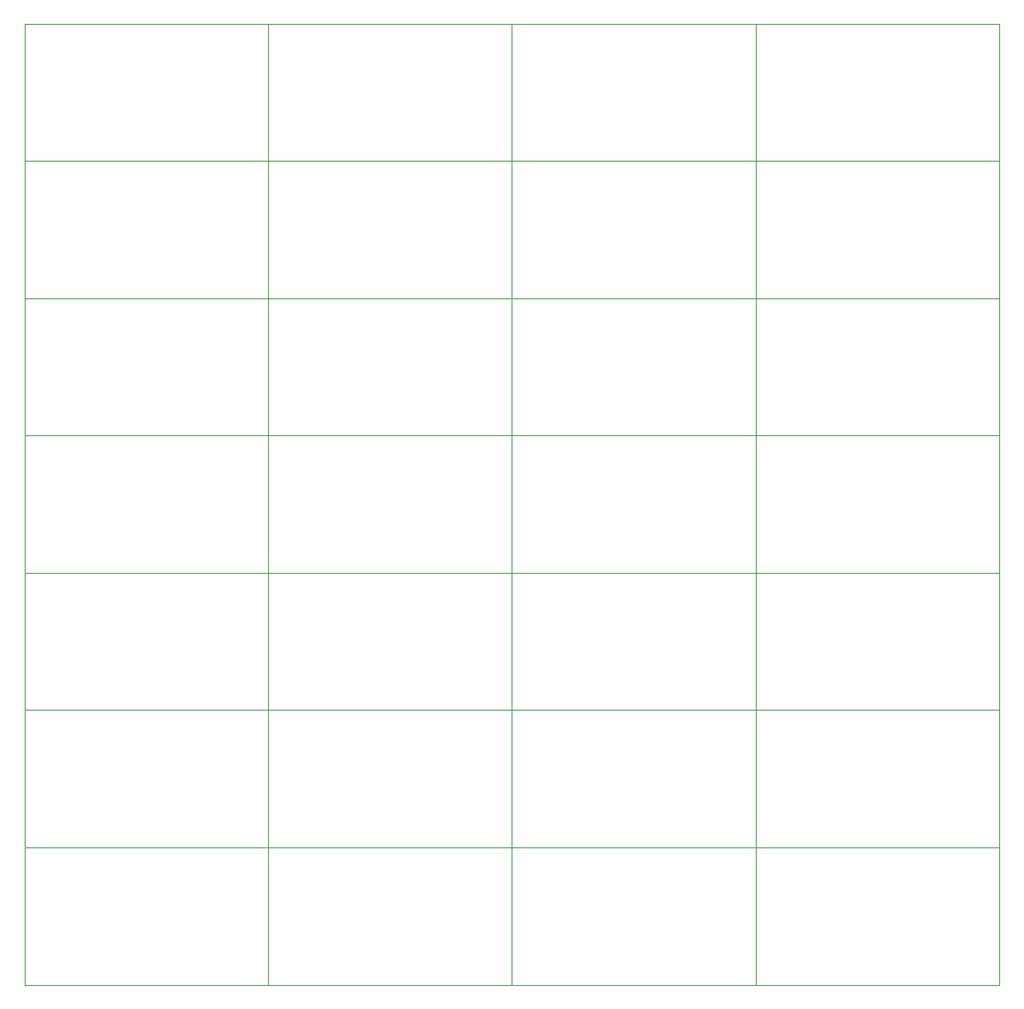
<source format=gbr>
G04 #@! TF.GenerationSoftware,KiCad,Pcbnew,5.1.5+dfsg1-2build2*
G04 #@! TF.CreationDate,2022-07-25T22:52:27-05:00*
G04 #@! TF.ProjectId,,58585858-5858-4585-9858-585858585858,rev?*
G04 #@! TF.SameCoordinates,Original*
G04 #@! TF.FileFunction,Profile,NP*
%FSLAX46Y46*%
G04 Gerber Fmt 4.6, Leading zero omitted, Abs format (unit mm)*
G04 Created by KiCad (PCBNEW 5.1.5+dfsg1-2build2) date 2022-07-25 22:52:27*
%MOMM*%
%LPD*%
G04 APERTURE LIST*
%ADD10C,0.050000*%
G04 APERTURE END LIST*
D10*
X136935560Y-143429600D02*
X161935560Y-143429600D01*
X111935560Y-143429600D02*
X136935560Y-143429600D01*
X86935560Y-143429600D02*
X111935560Y-143429600D01*
X61935560Y-143429600D02*
X86935560Y-143429600D01*
X136935560Y-129329600D02*
X161935560Y-129329600D01*
X111935560Y-129329600D02*
X136935560Y-129329600D01*
X86935560Y-129329600D02*
X111935560Y-129329600D01*
X61935560Y-129329600D02*
X86935560Y-129329600D01*
X136935560Y-115229600D02*
X161935560Y-115229600D01*
X111935560Y-115229600D02*
X136935560Y-115229600D01*
X86935560Y-115229600D02*
X111935560Y-115229600D01*
X61935560Y-115229600D02*
X86935560Y-115229600D01*
X136935560Y-101129600D02*
X161935560Y-101129600D01*
X111935560Y-101129600D02*
X136935560Y-101129600D01*
X86935560Y-101129600D02*
X111935560Y-101129600D01*
X61935560Y-101129600D02*
X86935560Y-101129600D01*
X136935560Y-87029600D02*
X161935560Y-87029600D01*
X111935560Y-87029600D02*
X136935560Y-87029600D01*
X86935560Y-87029600D02*
X111935560Y-87029600D01*
X61935560Y-87029600D02*
X86935560Y-87029600D01*
X136935560Y-72929600D02*
X161935560Y-72929600D01*
X111935560Y-72929600D02*
X136935560Y-72929600D01*
X86935560Y-72929600D02*
X111935560Y-72929600D01*
X61935560Y-72929600D02*
X86935560Y-72929600D01*
X136935560Y-58829600D02*
X161935560Y-58829600D01*
X111935560Y-58829600D02*
X136935560Y-58829600D01*
X86935560Y-58829600D02*
X111935560Y-58829600D01*
X161935560Y-129329600D02*
X161935560Y-143429600D01*
X136935560Y-129329600D02*
X136935560Y-143429600D01*
X111935560Y-129329600D02*
X111935560Y-143429600D01*
X86935560Y-129329600D02*
X86935560Y-143429600D01*
X161935560Y-115229600D02*
X161935560Y-129329600D01*
X136935560Y-115229600D02*
X136935560Y-129329600D01*
X111935560Y-115229600D02*
X111935560Y-129329600D01*
X86935560Y-115229600D02*
X86935560Y-129329600D01*
X161935560Y-101129600D02*
X161935560Y-115229600D01*
X136935560Y-101129600D02*
X136935560Y-115229600D01*
X111935560Y-101129600D02*
X111935560Y-115229600D01*
X86935560Y-101129600D02*
X86935560Y-115229600D01*
X161935560Y-87029600D02*
X161935560Y-101129600D01*
X136935560Y-87029600D02*
X136935560Y-101129600D01*
X111935560Y-87029600D02*
X111935560Y-101129600D01*
X86935560Y-87029600D02*
X86935560Y-101129600D01*
X161935560Y-72929600D02*
X161935560Y-87029600D01*
X136935560Y-72929600D02*
X136935560Y-87029600D01*
X111935560Y-72929600D02*
X111935560Y-87029600D01*
X86935560Y-72929600D02*
X86935560Y-87029600D01*
X161935560Y-58829600D02*
X161935560Y-72929600D01*
X136935560Y-58829600D02*
X136935560Y-72929600D01*
X111935560Y-58829600D02*
X111935560Y-72929600D01*
X86935560Y-58829600D02*
X86935560Y-72929600D01*
X161935560Y-44729600D02*
X161935560Y-58829600D01*
X136935560Y-44729600D02*
X136935560Y-58829600D01*
X111935560Y-44729600D02*
X111935560Y-58829600D01*
X136935560Y-129329600D02*
X136935560Y-143429600D01*
X111935560Y-129329600D02*
X111935560Y-143429600D01*
X86935560Y-129329600D02*
X86935560Y-143429600D01*
X61935560Y-129329600D02*
X61935560Y-143429600D01*
X136935560Y-115229600D02*
X136935560Y-129329600D01*
X111935560Y-115229600D02*
X111935560Y-129329600D01*
X86935560Y-115229600D02*
X86935560Y-129329600D01*
X61935560Y-115229600D02*
X61935560Y-129329600D01*
X136935560Y-101129600D02*
X136935560Y-115229600D01*
X111935560Y-101129600D02*
X111935560Y-115229600D01*
X86935560Y-101129600D02*
X86935560Y-115229600D01*
X61935560Y-101129600D02*
X61935560Y-115229600D01*
X136935560Y-87029600D02*
X136935560Y-101129600D01*
X111935560Y-87029600D02*
X111935560Y-101129600D01*
X86935560Y-87029600D02*
X86935560Y-101129600D01*
X61935560Y-87029600D02*
X61935560Y-101129600D01*
X136935560Y-72929600D02*
X136935560Y-87029600D01*
X111935560Y-72929600D02*
X111935560Y-87029600D01*
X86935560Y-72929600D02*
X86935560Y-87029600D01*
X61935560Y-72929600D02*
X61935560Y-87029600D01*
X136935560Y-58829600D02*
X136935560Y-72929600D01*
X111935560Y-58829600D02*
X111935560Y-72929600D01*
X86935560Y-58829600D02*
X86935560Y-72929600D01*
X61935560Y-58829600D02*
X61935560Y-72929600D01*
X136935560Y-44729600D02*
X136935560Y-58829600D01*
X111935560Y-44729600D02*
X111935560Y-58829600D01*
X86935560Y-44729600D02*
X86935560Y-58829600D01*
X136935560Y-129329600D02*
X161935560Y-129329600D01*
X111935560Y-129329600D02*
X136935560Y-129329600D01*
X86935560Y-129329600D02*
X111935560Y-129329600D01*
X61935560Y-129329600D02*
X86935560Y-129329600D01*
X136935560Y-115229600D02*
X161935560Y-115229600D01*
X111935560Y-115229600D02*
X136935560Y-115229600D01*
X86935560Y-115229600D02*
X111935560Y-115229600D01*
X61935560Y-115229600D02*
X86935560Y-115229600D01*
X136935560Y-101129600D02*
X161935560Y-101129600D01*
X111935560Y-101129600D02*
X136935560Y-101129600D01*
X86935560Y-101129600D02*
X111935560Y-101129600D01*
X61935560Y-101129600D02*
X86935560Y-101129600D01*
X136935560Y-87029600D02*
X161935560Y-87029600D01*
X111935560Y-87029600D02*
X136935560Y-87029600D01*
X86935560Y-87029600D02*
X111935560Y-87029600D01*
X61935560Y-87029600D02*
X86935560Y-87029600D01*
X136935560Y-72929600D02*
X161935560Y-72929600D01*
X111935560Y-72929600D02*
X136935560Y-72929600D01*
X86935560Y-72929600D02*
X111935560Y-72929600D01*
X61935560Y-72929600D02*
X86935560Y-72929600D01*
X136935560Y-58829600D02*
X161935560Y-58829600D01*
X111935560Y-58829600D02*
X136935560Y-58829600D01*
X86935560Y-58829600D02*
X111935560Y-58829600D01*
X61935560Y-58829600D02*
X86935560Y-58829600D01*
X136935560Y-44729600D02*
X161935560Y-44729600D01*
X111935560Y-44729600D02*
X136935560Y-44729600D01*
X86935560Y-44729600D02*
X111935560Y-44729600D01*
X86935560Y-44729600D02*
X86935560Y-58829600D01*
X61935560Y-44729600D02*
X61935560Y-58829600D01*
X61935560Y-58829600D02*
X86935560Y-58829600D01*
X61935560Y-44729600D02*
X86935560Y-44729600D01*
M02*

</source>
